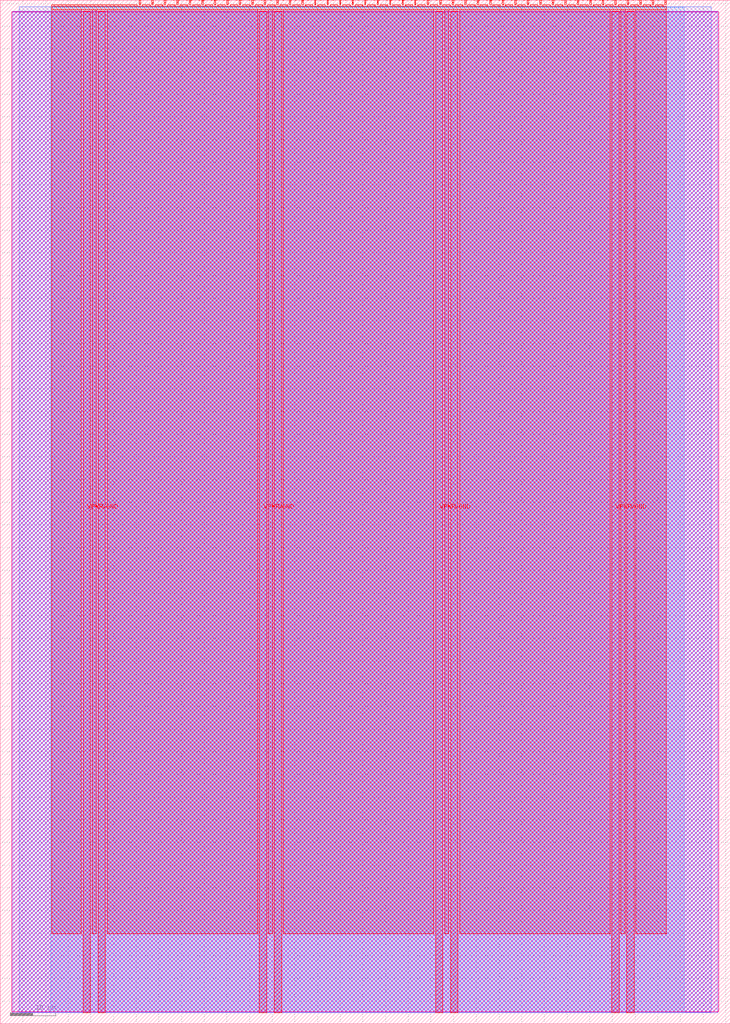
<source format=lef>
VERSION 5.7 ;
  NOWIREEXTENSIONATPIN ON ;
  DIVIDERCHAR "/" ;
  BUSBITCHARS "[]" ;
MACRO tt_um_uart_bgdtanasa
  CLASS BLOCK ;
  FOREIGN tt_um_uart_bgdtanasa ;
  ORIGIN 0.000 0.000 ;
  SIZE 161.000 BY 225.760 ;
  PIN VGND
    DIRECTION INOUT ;
    USE GROUND ;
    PORT
      LAYER met4 ;
        RECT 21.580 2.480 23.180 223.280 ;
    END
    PORT
      LAYER met4 ;
        RECT 60.450 2.480 62.050 223.280 ;
    END
    PORT
      LAYER met4 ;
        RECT 99.320 2.480 100.920 223.280 ;
    END
    PORT
      LAYER met4 ;
        RECT 138.190 2.480 139.790 223.280 ;
    END
  END VGND
  PIN VPWR
    DIRECTION INOUT ;
    USE POWER ;
    PORT
      LAYER met4 ;
        RECT 18.280 2.480 19.880 223.280 ;
    END
    PORT
      LAYER met4 ;
        RECT 57.150 2.480 58.750 223.280 ;
    END
    PORT
      LAYER met4 ;
        RECT 96.020 2.480 97.620 223.280 ;
    END
    PORT
      LAYER met4 ;
        RECT 134.890 2.480 136.490 223.280 ;
    END
  END VPWR
  PIN clk
    DIRECTION INPUT ;
    USE SIGNAL ;
    ANTENNAGATEAREA 0.852000 ;
    PORT
      LAYER met4 ;
        RECT 143.830 224.760 144.130 225.760 ;
    END
  END clk
  PIN ena
    DIRECTION INPUT ;
    USE SIGNAL ;
    PORT
      LAYER met4 ;
        RECT 146.590 224.760 146.890 225.760 ;
    END
  END ena
  PIN rst_n
    DIRECTION INPUT ;
    USE SIGNAL ;
    ANTENNAGATEAREA 0.196500 ;
    PORT
      LAYER met4 ;
        RECT 141.070 224.760 141.370 225.760 ;
    END
  END rst_n
  PIN ui_in[0]
    DIRECTION INPUT ;
    USE SIGNAL ;
    ANTENNAGATEAREA 0.196500 ;
    PORT
      LAYER met4 ;
        RECT 138.310 224.760 138.610 225.760 ;
    END
  END ui_in[0]
  PIN ui_in[1]
    DIRECTION INPUT ;
    USE SIGNAL ;
    PORT
      LAYER met4 ;
        RECT 135.550 224.760 135.850 225.760 ;
    END
  END ui_in[1]
  PIN ui_in[2]
    DIRECTION INPUT ;
    USE SIGNAL ;
    PORT
      LAYER met4 ;
        RECT 132.790 224.760 133.090 225.760 ;
    END
  END ui_in[2]
  PIN ui_in[3]
    DIRECTION INPUT ;
    USE SIGNAL ;
    PORT
      LAYER met4 ;
        RECT 130.030 224.760 130.330 225.760 ;
    END
  END ui_in[3]
  PIN ui_in[4]
    DIRECTION INPUT ;
    USE SIGNAL ;
    PORT
      LAYER met4 ;
        RECT 127.270 224.760 127.570 225.760 ;
    END
  END ui_in[4]
  PIN ui_in[5]
    DIRECTION INPUT ;
    USE SIGNAL ;
    PORT
      LAYER met4 ;
        RECT 124.510 224.760 124.810 225.760 ;
    END
  END ui_in[5]
  PIN ui_in[6]
    DIRECTION INPUT ;
    USE SIGNAL ;
    PORT
      LAYER met4 ;
        RECT 121.750 224.760 122.050 225.760 ;
    END
  END ui_in[6]
  PIN ui_in[7]
    DIRECTION INPUT ;
    USE SIGNAL ;
    PORT
      LAYER met4 ;
        RECT 118.990 224.760 119.290 225.760 ;
    END
  END ui_in[7]
  PIN uio_in[0]
    DIRECTION INPUT ;
    USE SIGNAL ;
    PORT
      LAYER met4 ;
        RECT 116.230 224.760 116.530 225.760 ;
    END
  END uio_in[0]
  PIN uio_in[1]
    DIRECTION INPUT ;
    USE SIGNAL ;
    PORT
      LAYER met4 ;
        RECT 113.470 224.760 113.770 225.760 ;
    END
  END uio_in[1]
  PIN uio_in[2]
    DIRECTION INPUT ;
    USE SIGNAL ;
    PORT
      LAYER met4 ;
        RECT 110.710 224.760 111.010 225.760 ;
    END
  END uio_in[2]
  PIN uio_in[3]
    DIRECTION INPUT ;
    USE SIGNAL ;
    PORT
      LAYER met4 ;
        RECT 107.950 224.760 108.250 225.760 ;
    END
  END uio_in[3]
  PIN uio_in[4]
    DIRECTION INPUT ;
    USE SIGNAL ;
    PORT
      LAYER met4 ;
        RECT 105.190 224.760 105.490 225.760 ;
    END
  END uio_in[4]
  PIN uio_in[5]
    DIRECTION INPUT ;
    USE SIGNAL ;
    PORT
      LAYER met4 ;
        RECT 102.430 224.760 102.730 225.760 ;
    END
  END uio_in[5]
  PIN uio_in[6]
    DIRECTION INPUT ;
    USE SIGNAL ;
    PORT
      LAYER met4 ;
        RECT 99.670 224.760 99.970 225.760 ;
    END
  END uio_in[6]
  PIN uio_in[7]
    DIRECTION INPUT ;
    USE SIGNAL ;
    PORT
      LAYER met4 ;
        RECT 96.910 224.760 97.210 225.760 ;
    END
  END uio_in[7]
  PIN uio_oe[0]
    DIRECTION OUTPUT ;
    USE SIGNAL ;
    PORT
      LAYER met4 ;
        RECT 49.990 224.760 50.290 225.760 ;
    END
  END uio_oe[0]
  PIN uio_oe[1]
    DIRECTION OUTPUT ;
    USE SIGNAL ;
    PORT
      LAYER met4 ;
        RECT 47.230 224.760 47.530 225.760 ;
    END
  END uio_oe[1]
  PIN uio_oe[2]
    DIRECTION OUTPUT ;
    USE SIGNAL ;
    PORT
      LAYER met4 ;
        RECT 44.470 224.760 44.770 225.760 ;
    END
  END uio_oe[2]
  PIN uio_oe[3]
    DIRECTION OUTPUT ;
    USE SIGNAL ;
    PORT
      LAYER met4 ;
        RECT 41.710 224.760 42.010 225.760 ;
    END
  END uio_oe[3]
  PIN uio_oe[4]
    DIRECTION OUTPUT ;
    USE SIGNAL ;
    PORT
      LAYER met4 ;
        RECT 38.950 224.760 39.250 225.760 ;
    END
  END uio_oe[4]
  PIN uio_oe[5]
    DIRECTION OUTPUT ;
    USE SIGNAL ;
    PORT
      LAYER met4 ;
        RECT 36.190 224.760 36.490 225.760 ;
    END
  END uio_oe[5]
  PIN uio_oe[6]
    DIRECTION OUTPUT ;
    USE SIGNAL ;
    PORT
      LAYER met4 ;
        RECT 33.430 224.760 33.730 225.760 ;
    END
  END uio_oe[6]
  PIN uio_oe[7]
    DIRECTION OUTPUT ;
    USE SIGNAL ;
    PORT
      LAYER met4 ;
        RECT 30.670 224.760 30.970 225.760 ;
    END
  END uio_oe[7]
  PIN uio_out[0]
    DIRECTION OUTPUT ;
    USE SIGNAL ;
    PORT
      LAYER met4 ;
        RECT 72.070 224.760 72.370 225.760 ;
    END
  END uio_out[0]
  PIN uio_out[1]
    DIRECTION OUTPUT ;
    USE SIGNAL ;
    PORT
      LAYER met4 ;
        RECT 69.310 224.760 69.610 225.760 ;
    END
  END uio_out[1]
  PIN uio_out[2]
    DIRECTION OUTPUT ;
    USE SIGNAL ;
    PORT
      LAYER met4 ;
        RECT 66.550 224.760 66.850 225.760 ;
    END
  END uio_out[2]
  PIN uio_out[3]
    DIRECTION OUTPUT ;
    USE SIGNAL ;
    PORT
      LAYER met4 ;
        RECT 63.790 224.760 64.090 225.760 ;
    END
  END uio_out[3]
  PIN uio_out[4]
    DIRECTION OUTPUT ;
    USE SIGNAL ;
    PORT
      LAYER met4 ;
        RECT 61.030 224.760 61.330 225.760 ;
    END
  END uio_out[4]
  PIN uio_out[5]
    DIRECTION OUTPUT ;
    USE SIGNAL ;
    PORT
      LAYER met4 ;
        RECT 58.270 224.760 58.570 225.760 ;
    END
  END uio_out[5]
  PIN uio_out[6]
    DIRECTION OUTPUT ;
    USE SIGNAL ;
    PORT
      LAYER met4 ;
        RECT 55.510 224.760 55.810 225.760 ;
    END
  END uio_out[6]
  PIN uio_out[7]
    DIRECTION OUTPUT ;
    USE SIGNAL ;
    PORT
      LAYER met4 ;
        RECT 52.750 224.760 53.050 225.760 ;
    END
  END uio_out[7]
  PIN uo_out[0]
    DIRECTION OUTPUT ;
    USE SIGNAL ;
    ANTENNADIFFAREA 0.445500 ;
    PORT
      LAYER met4 ;
        RECT 94.150 224.760 94.450 225.760 ;
    END
  END uo_out[0]
  PIN uo_out[1]
    DIRECTION OUTPUT ;
    USE SIGNAL ;
    ANTENNADIFFAREA 0.445500 ;
    PORT
      LAYER met4 ;
        RECT 91.390 224.760 91.690 225.760 ;
    END
  END uo_out[1]
  PIN uo_out[2]
    DIRECTION OUTPUT ;
    USE SIGNAL ;
    ANTENNADIFFAREA 0.445500 ;
    PORT
      LAYER met4 ;
        RECT 88.630 224.760 88.930 225.760 ;
    END
  END uo_out[2]
  PIN uo_out[3]
    DIRECTION OUTPUT ;
    USE SIGNAL ;
    ANTENNADIFFAREA 0.445500 ;
    PORT
      LAYER met4 ;
        RECT 85.870 224.760 86.170 225.760 ;
    END
  END uo_out[3]
  PIN uo_out[4]
    DIRECTION OUTPUT ;
    USE SIGNAL ;
    PORT
      LAYER met4 ;
        RECT 83.110 224.760 83.410 225.760 ;
    END
  END uo_out[4]
  PIN uo_out[5]
    DIRECTION OUTPUT ;
    USE SIGNAL ;
    PORT
      LAYER met4 ;
        RECT 80.350 224.760 80.650 225.760 ;
    END
  END uo_out[5]
  PIN uo_out[6]
    DIRECTION OUTPUT ;
    USE SIGNAL ;
    PORT
      LAYER met4 ;
        RECT 77.590 224.760 77.890 225.760 ;
    END
  END uo_out[6]
  PIN uo_out[7]
    DIRECTION OUTPUT ;
    USE SIGNAL ;
    PORT
      LAYER met4 ;
        RECT 74.830 224.760 75.130 225.760 ;
    END
  END uo_out[7]
  OBS
      LAYER nwell ;
        RECT 2.570 2.635 158.430 223.230 ;
      LAYER li1 ;
        RECT 2.760 2.635 158.240 223.125 ;
      LAYER met1 ;
        RECT 2.760 2.480 158.240 223.280 ;
      LAYER met2 ;
        RECT 4.240 2.535 156.760 224.245 ;
      LAYER met3 ;
        RECT 11.105 2.555 150.815 224.225 ;
      LAYER met4 ;
        RECT 11.335 224.360 30.270 224.760 ;
        RECT 31.370 224.360 33.030 224.760 ;
        RECT 34.130 224.360 35.790 224.760 ;
        RECT 36.890 224.360 38.550 224.760 ;
        RECT 39.650 224.360 41.310 224.760 ;
        RECT 42.410 224.360 44.070 224.760 ;
        RECT 45.170 224.360 46.830 224.760 ;
        RECT 47.930 224.360 49.590 224.760 ;
        RECT 50.690 224.360 52.350 224.760 ;
        RECT 53.450 224.360 55.110 224.760 ;
        RECT 56.210 224.360 57.870 224.760 ;
        RECT 58.970 224.360 60.630 224.760 ;
        RECT 61.730 224.360 63.390 224.760 ;
        RECT 64.490 224.360 66.150 224.760 ;
        RECT 67.250 224.360 68.910 224.760 ;
        RECT 70.010 224.360 71.670 224.760 ;
        RECT 72.770 224.360 74.430 224.760 ;
        RECT 75.530 224.360 77.190 224.760 ;
        RECT 78.290 224.360 79.950 224.760 ;
        RECT 81.050 224.360 82.710 224.760 ;
        RECT 83.810 224.360 85.470 224.760 ;
        RECT 86.570 224.360 88.230 224.760 ;
        RECT 89.330 224.360 90.990 224.760 ;
        RECT 92.090 224.360 93.750 224.760 ;
        RECT 94.850 224.360 96.510 224.760 ;
        RECT 97.610 224.360 99.270 224.760 ;
        RECT 100.370 224.360 102.030 224.760 ;
        RECT 103.130 224.360 104.790 224.760 ;
        RECT 105.890 224.360 107.550 224.760 ;
        RECT 108.650 224.360 110.310 224.760 ;
        RECT 111.410 224.360 113.070 224.760 ;
        RECT 114.170 224.360 115.830 224.760 ;
        RECT 116.930 224.360 118.590 224.760 ;
        RECT 119.690 224.360 121.350 224.760 ;
        RECT 122.450 224.360 124.110 224.760 ;
        RECT 125.210 224.360 126.870 224.760 ;
        RECT 127.970 224.360 129.630 224.760 ;
        RECT 130.730 224.360 132.390 224.760 ;
        RECT 133.490 224.360 135.150 224.760 ;
        RECT 136.250 224.360 137.910 224.760 ;
        RECT 139.010 224.360 140.670 224.760 ;
        RECT 141.770 224.360 143.430 224.760 ;
        RECT 144.530 224.360 146.190 224.760 ;
        RECT 11.335 223.680 146.905 224.360 ;
        RECT 11.335 19.895 17.880 223.680 ;
        RECT 20.280 19.895 21.180 223.680 ;
        RECT 23.580 19.895 56.750 223.680 ;
        RECT 59.150 19.895 60.050 223.680 ;
        RECT 62.450 19.895 95.620 223.680 ;
        RECT 98.020 19.895 98.920 223.680 ;
        RECT 101.320 19.895 134.490 223.680 ;
        RECT 136.890 19.895 137.790 223.680 ;
        RECT 140.190 19.895 146.905 223.680 ;
  END
END tt_um_uart_bgdtanasa
END LIBRARY


</source>
